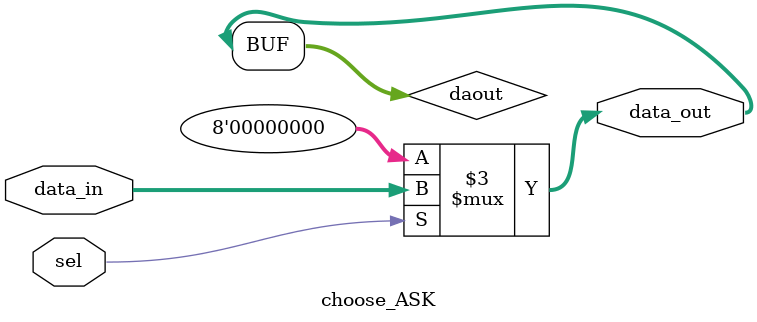
<source format=v>
module choose_ASK(
	input [7:0]data_in,
	input sel,
	output [7:0]data_out
);

reg[7:0]daout;

always @(sel)
begin
	if(sel)
		daout <= data_in;
	else 
		daout <= 8'd0;
end

assign data_out = daout;

endmodule

</source>
